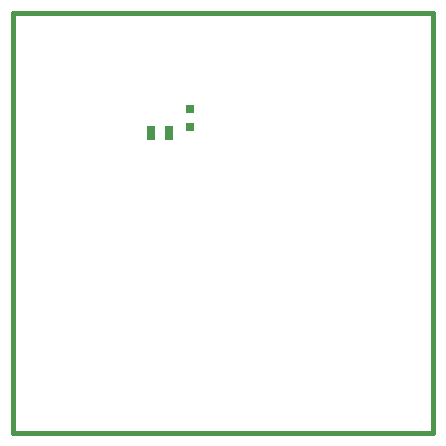
<source format=gbr>
G04 #@! TF.FileFunction,Paste,Top*
%FSLAX46Y46*%
G04 Gerber Fmt 4.6, Leading zero omitted, Abs format (unit mm)*
G04 Created by KiCad (PCBNEW (2015-11-02 BZR 6290)-product) date Mon 07 Dec 2015 12:03:44 PM CET*
%MOMM*%
G01*
G04 APERTURE LIST*
%ADD10C,0.150000*%
%ADD11C,0.381000*%
%ADD12R,0.797560X0.797560*%
%ADD13R,0.635000X1.143000*%
G04 APERTURE END LIST*
D10*
D11*
X31750000Y-66548000D02*
X31750000Y-30988000D01*
X67310000Y-30988000D02*
X31750000Y-30988000D01*
X67310000Y-66548000D02*
X67310000Y-30988000D01*
X31750000Y-66548000D02*
X67310000Y-66548000D01*
D12*
X46733460Y-39128700D03*
X46733460Y-40627300D03*
D13*
X44958000Y-41148000D03*
X43434000Y-41148000D03*
M02*

</source>
